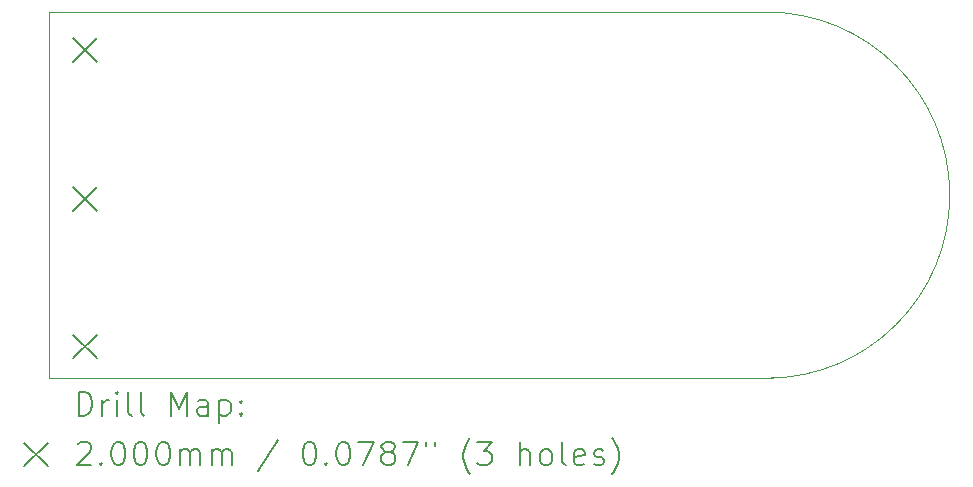
<source format=gbr>
%TF.GenerationSoftware,KiCad,Pcbnew,7.0.5*%
%TF.CreationDate,2024-01-28T13:12:26+09:00*%
%TF.ProjectId,standard_30x80,7374616e-6461-4726-945f-33307838302e,rev?*%
%TF.SameCoordinates,Original*%
%TF.FileFunction,Drillmap*%
%TF.FilePolarity,Positive*%
%FSLAX45Y45*%
G04 Gerber Fmt 4.5, Leading zero omitted, Abs format (unit mm)*
G04 Created by KiCad (PCBNEW 7.0.5) date 2024-01-28 13:12:26*
%MOMM*%
%LPD*%
G01*
G04 APERTURE LIST*
%ADD10C,0.100000*%
%ADD11C,0.050000*%
%ADD12C,0.200000*%
G04 APERTURE END LIST*
D10*
X15270000Y-9040000D02*
X9140000Y-9040000D01*
D11*
X9140000Y-5940000D02*
X9140000Y-9040000D01*
D10*
X15220000Y-5940000D02*
X9140000Y-5940000D01*
X15220000Y-9040000D02*
G75*
G03*
X15220000Y-5940000I0J1550000D01*
G01*
D12*
X9350000Y-6160000D02*
X9550000Y-6360000D01*
X9550000Y-6160000D02*
X9350000Y-6360000D01*
X9350000Y-7420000D02*
X9550000Y-7620000D01*
X9550000Y-7420000D02*
X9350000Y-7620000D01*
X9350000Y-8670000D02*
X9550000Y-8870000D01*
X9550000Y-8670000D02*
X9350000Y-8870000D01*
X9395777Y-9356484D02*
X9395777Y-9156484D01*
X9395777Y-9156484D02*
X9443396Y-9156484D01*
X9443396Y-9156484D02*
X9471967Y-9166008D01*
X9471967Y-9166008D02*
X9491015Y-9185055D01*
X9491015Y-9185055D02*
X9500539Y-9204103D01*
X9500539Y-9204103D02*
X9510063Y-9242198D01*
X9510063Y-9242198D02*
X9510063Y-9270770D01*
X9510063Y-9270770D02*
X9500539Y-9308865D01*
X9500539Y-9308865D02*
X9491015Y-9327912D01*
X9491015Y-9327912D02*
X9471967Y-9346960D01*
X9471967Y-9346960D02*
X9443396Y-9356484D01*
X9443396Y-9356484D02*
X9395777Y-9356484D01*
X9595777Y-9356484D02*
X9595777Y-9223150D01*
X9595777Y-9261246D02*
X9605301Y-9242198D01*
X9605301Y-9242198D02*
X9614824Y-9232674D01*
X9614824Y-9232674D02*
X9633872Y-9223150D01*
X9633872Y-9223150D02*
X9652920Y-9223150D01*
X9719586Y-9356484D02*
X9719586Y-9223150D01*
X9719586Y-9156484D02*
X9710063Y-9166008D01*
X9710063Y-9166008D02*
X9719586Y-9175531D01*
X9719586Y-9175531D02*
X9729110Y-9166008D01*
X9729110Y-9166008D02*
X9719586Y-9156484D01*
X9719586Y-9156484D02*
X9719586Y-9175531D01*
X9843396Y-9356484D02*
X9824348Y-9346960D01*
X9824348Y-9346960D02*
X9814824Y-9327912D01*
X9814824Y-9327912D02*
X9814824Y-9156484D01*
X9948158Y-9356484D02*
X9929110Y-9346960D01*
X9929110Y-9346960D02*
X9919586Y-9327912D01*
X9919586Y-9327912D02*
X9919586Y-9156484D01*
X10176729Y-9356484D02*
X10176729Y-9156484D01*
X10176729Y-9156484D02*
X10243396Y-9299341D01*
X10243396Y-9299341D02*
X10310063Y-9156484D01*
X10310063Y-9156484D02*
X10310063Y-9356484D01*
X10491015Y-9356484D02*
X10491015Y-9251722D01*
X10491015Y-9251722D02*
X10481491Y-9232674D01*
X10481491Y-9232674D02*
X10462444Y-9223150D01*
X10462444Y-9223150D02*
X10424348Y-9223150D01*
X10424348Y-9223150D02*
X10405301Y-9232674D01*
X10491015Y-9346960D02*
X10471967Y-9356484D01*
X10471967Y-9356484D02*
X10424348Y-9356484D01*
X10424348Y-9356484D02*
X10405301Y-9346960D01*
X10405301Y-9346960D02*
X10395777Y-9327912D01*
X10395777Y-9327912D02*
X10395777Y-9308865D01*
X10395777Y-9308865D02*
X10405301Y-9289817D01*
X10405301Y-9289817D02*
X10424348Y-9280293D01*
X10424348Y-9280293D02*
X10471967Y-9280293D01*
X10471967Y-9280293D02*
X10491015Y-9270770D01*
X10586253Y-9223150D02*
X10586253Y-9423150D01*
X10586253Y-9232674D02*
X10605301Y-9223150D01*
X10605301Y-9223150D02*
X10643396Y-9223150D01*
X10643396Y-9223150D02*
X10662444Y-9232674D01*
X10662444Y-9232674D02*
X10671967Y-9242198D01*
X10671967Y-9242198D02*
X10681491Y-9261246D01*
X10681491Y-9261246D02*
X10681491Y-9318389D01*
X10681491Y-9318389D02*
X10671967Y-9337436D01*
X10671967Y-9337436D02*
X10662444Y-9346960D01*
X10662444Y-9346960D02*
X10643396Y-9356484D01*
X10643396Y-9356484D02*
X10605301Y-9356484D01*
X10605301Y-9356484D02*
X10586253Y-9346960D01*
X10767205Y-9337436D02*
X10776729Y-9346960D01*
X10776729Y-9346960D02*
X10767205Y-9356484D01*
X10767205Y-9356484D02*
X10757682Y-9346960D01*
X10757682Y-9346960D02*
X10767205Y-9337436D01*
X10767205Y-9337436D02*
X10767205Y-9356484D01*
X10767205Y-9232674D02*
X10776729Y-9242198D01*
X10776729Y-9242198D02*
X10767205Y-9251722D01*
X10767205Y-9251722D02*
X10757682Y-9242198D01*
X10757682Y-9242198D02*
X10767205Y-9232674D01*
X10767205Y-9232674D02*
X10767205Y-9251722D01*
X8935000Y-9585000D02*
X9135000Y-9785000D01*
X9135000Y-9585000D02*
X8935000Y-9785000D01*
X9386253Y-9595531D02*
X9395777Y-9586008D01*
X9395777Y-9586008D02*
X9414824Y-9576484D01*
X9414824Y-9576484D02*
X9462444Y-9576484D01*
X9462444Y-9576484D02*
X9481491Y-9586008D01*
X9481491Y-9586008D02*
X9491015Y-9595531D01*
X9491015Y-9595531D02*
X9500539Y-9614579D01*
X9500539Y-9614579D02*
X9500539Y-9633627D01*
X9500539Y-9633627D02*
X9491015Y-9662198D01*
X9491015Y-9662198D02*
X9376729Y-9776484D01*
X9376729Y-9776484D02*
X9500539Y-9776484D01*
X9586253Y-9757436D02*
X9595777Y-9766960D01*
X9595777Y-9766960D02*
X9586253Y-9776484D01*
X9586253Y-9776484D02*
X9576729Y-9766960D01*
X9576729Y-9766960D02*
X9586253Y-9757436D01*
X9586253Y-9757436D02*
X9586253Y-9776484D01*
X9719586Y-9576484D02*
X9738634Y-9576484D01*
X9738634Y-9576484D02*
X9757682Y-9586008D01*
X9757682Y-9586008D02*
X9767205Y-9595531D01*
X9767205Y-9595531D02*
X9776729Y-9614579D01*
X9776729Y-9614579D02*
X9786253Y-9652674D01*
X9786253Y-9652674D02*
X9786253Y-9700293D01*
X9786253Y-9700293D02*
X9776729Y-9738389D01*
X9776729Y-9738389D02*
X9767205Y-9757436D01*
X9767205Y-9757436D02*
X9757682Y-9766960D01*
X9757682Y-9766960D02*
X9738634Y-9776484D01*
X9738634Y-9776484D02*
X9719586Y-9776484D01*
X9719586Y-9776484D02*
X9700539Y-9766960D01*
X9700539Y-9766960D02*
X9691015Y-9757436D01*
X9691015Y-9757436D02*
X9681491Y-9738389D01*
X9681491Y-9738389D02*
X9671967Y-9700293D01*
X9671967Y-9700293D02*
X9671967Y-9652674D01*
X9671967Y-9652674D02*
X9681491Y-9614579D01*
X9681491Y-9614579D02*
X9691015Y-9595531D01*
X9691015Y-9595531D02*
X9700539Y-9586008D01*
X9700539Y-9586008D02*
X9719586Y-9576484D01*
X9910063Y-9576484D02*
X9929110Y-9576484D01*
X9929110Y-9576484D02*
X9948158Y-9586008D01*
X9948158Y-9586008D02*
X9957682Y-9595531D01*
X9957682Y-9595531D02*
X9967205Y-9614579D01*
X9967205Y-9614579D02*
X9976729Y-9652674D01*
X9976729Y-9652674D02*
X9976729Y-9700293D01*
X9976729Y-9700293D02*
X9967205Y-9738389D01*
X9967205Y-9738389D02*
X9957682Y-9757436D01*
X9957682Y-9757436D02*
X9948158Y-9766960D01*
X9948158Y-9766960D02*
X9929110Y-9776484D01*
X9929110Y-9776484D02*
X9910063Y-9776484D01*
X9910063Y-9776484D02*
X9891015Y-9766960D01*
X9891015Y-9766960D02*
X9881491Y-9757436D01*
X9881491Y-9757436D02*
X9871967Y-9738389D01*
X9871967Y-9738389D02*
X9862444Y-9700293D01*
X9862444Y-9700293D02*
X9862444Y-9652674D01*
X9862444Y-9652674D02*
X9871967Y-9614579D01*
X9871967Y-9614579D02*
X9881491Y-9595531D01*
X9881491Y-9595531D02*
X9891015Y-9586008D01*
X9891015Y-9586008D02*
X9910063Y-9576484D01*
X10100539Y-9576484D02*
X10119586Y-9576484D01*
X10119586Y-9576484D02*
X10138634Y-9586008D01*
X10138634Y-9586008D02*
X10148158Y-9595531D01*
X10148158Y-9595531D02*
X10157682Y-9614579D01*
X10157682Y-9614579D02*
X10167205Y-9652674D01*
X10167205Y-9652674D02*
X10167205Y-9700293D01*
X10167205Y-9700293D02*
X10157682Y-9738389D01*
X10157682Y-9738389D02*
X10148158Y-9757436D01*
X10148158Y-9757436D02*
X10138634Y-9766960D01*
X10138634Y-9766960D02*
X10119586Y-9776484D01*
X10119586Y-9776484D02*
X10100539Y-9776484D01*
X10100539Y-9776484D02*
X10081491Y-9766960D01*
X10081491Y-9766960D02*
X10071967Y-9757436D01*
X10071967Y-9757436D02*
X10062444Y-9738389D01*
X10062444Y-9738389D02*
X10052920Y-9700293D01*
X10052920Y-9700293D02*
X10052920Y-9652674D01*
X10052920Y-9652674D02*
X10062444Y-9614579D01*
X10062444Y-9614579D02*
X10071967Y-9595531D01*
X10071967Y-9595531D02*
X10081491Y-9586008D01*
X10081491Y-9586008D02*
X10100539Y-9576484D01*
X10252920Y-9776484D02*
X10252920Y-9643150D01*
X10252920Y-9662198D02*
X10262444Y-9652674D01*
X10262444Y-9652674D02*
X10281491Y-9643150D01*
X10281491Y-9643150D02*
X10310063Y-9643150D01*
X10310063Y-9643150D02*
X10329110Y-9652674D01*
X10329110Y-9652674D02*
X10338634Y-9671722D01*
X10338634Y-9671722D02*
X10338634Y-9776484D01*
X10338634Y-9671722D02*
X10348158Y-9652674D01*
X10348158Y-9652674D02*
X10367205Y-9643150D01*
X10367205Y-9643150D02*
X10395777Y-9643150D01*
X10395777Y-9643150D02*
X10414825Y-9652674D01*
X10414825Y-9652674D02*
X10424348Y-9671722D01*
X10424348Y-9671722D02*
X10424348Y-9776484D01*
X10519586Y-9776484D02*
X10519586Y-9643150D01*
X10519586Y-9662198D02*
X10529110Y-9652674D01*
X10529110Y-9652674D02*
X10548158Y-9643150D01*
X10548158Y-9643150D02*
X10576729Y-9643150D01*
X10576729Y-9643150D02*
X10595777Y-9652674D01*
X10595777Y-9652674D02*
X10605301Y-9671722D01*
X10605301Y-9671722D02*
X10605301Y-9776484D01*
X10605301Y-9671722D02*
X10614825Y-9652674D01*
X10614825Y-9652674D02*
X10633872Y-9643150D01*
X10633872Y-9643150D02*
X10662444Y-9643150D01*
X10662444Y-9643150D02*
X10681491Y-9652674D01*
X10681491Y-9652674D02*
X10691015Y-9671722D01*
X10691015Y-9671722D02*
X10691015Y-9776484D01*
X11081491Y-9566960D02*
X10910063Y-9824103D01*
X11338634Y-9576484D02*
X11357682Y-9576484D01*
X11357682Y-9576484D02*
X11376729Y-9586008D01*
X11376729Y-9586008D02*
X11386253Y-9595531D01*
X11386253Y-9595531D02*
X11395777Y-9614579D01*
X11395777Y-9614579D02*
X11405301Y-9652674D01*
X11405301Y-9652674D02*
X11405301Y-9700293D01*
X11405301Y-9700293D02*
X11395777Y-9738389D01*
X11395777Y-9738389D02*
X11386253Y-9757436D01*
X11386253Y-9757436D02*
X11376729Y-9766960D01*
X11376729Y-9766960D02*
X11357682Y-9776484D01*
X11357682Y-9776484D02*
X11338634Y-9776484D01*
X11338634Y-9776484D02*
X11319586Y-9766960D01*
X11319586Y-9766960D02*
X11310063Y-9757436D01*
X11310063Y-9757436D02*
X11300539Y-9738389D01*
X11300539Y-9738389D02*
X11291015Y-9700293D01*
X11291015Y-9700293D02*
X11291015Y-9652674D01*
X11291015Y-9652674D02*
X11300539Y-9614579D01*
X11300539Y-9614579D02*
X11310063Y-9595531D01*
X11310063Y-9595531D02*
X11319586Y-9586008D01*
X11319586Y-9586008D02*
X11338634Y-9576484D01*
X11491015Y-9757436D02*
X11500539Y-9766960D01*
X11500539Y-9766960D02*
X11491015Y-9776484D01*
X11491015Y-9776484D02*
X11481491Y-9766960D01*
X11481491Y-9766960D02*
X11491015Y-9757436D01*
X11491015Y-9757436D02*
X11491015Y-9776484D01*
X11624348Y-9576484D02*
X11643396Y-9576484D01*
X11643396Y-9576484D02*
X11662444Y-9586008D01*
X11662444Y-9586008D02*
X11671967Y-9595531D01*
X11671967Y-9595531D02*
X11681491Y-9614579D01*
X11681491Y-9614579D02*
X11691015Y-9652674D01*
X11691015Y-9652674D02*
X11691015Y-9700293D01*
X11691015Y-9700293D02*
X11681491Y-9738389D01*
X11681491Y-9738389D02*
X11671967Y-9757436D01*
X11671967Y-9757436D02*
X11662444Y-9766960D01*
X11662444Y-9766960D02*
X11643396Y-9776484D01*
X11643396Y-9776484D02*
X11624348Y-9776484D01*
X11624348Y-9776484D02*
X11605301Y-9766960D01*
X11605301Y-9766960D02*
X11595777Y-9757436D01*
X11595777Y-9757436D02*
X11586253Y-9738389D01*
X11586253Y-9738389D02*
X11576729Y-9700293D01*
X11576729Y-9700293D02*
X11576729Y-9652674D01*
X11576729Y-9652674D02*
X11586253Y-9614579D01*
X11586253Y-9614579D02*
X11595777Y-9595531D01*
X11595777Y-9595531D02*
X11605301Y-9586008D01*
X11605301Y-9586008D02*
X11624348Y-9576484D01*
X11757682Y-9576484D02*
X11891015Y-9576484D01*
X11891015Y-9576484D02*
X11805301Y-9776484D01*
X11995777Y-9662198D02*
X11976729Y-9652674D01*
X11976729Y-9652674D02*
X11967206Y-9643150D01*
X11967206Y-9643150D02*
X11957682Y-9624103D01*
X11957682Y-9624103D02*
X11957682Y-9614579D01*
X11957682Y-9614579D02*
X11967206Y-9595531D01*
X11967206Y-9595531D02*
X11976729Y-9586008D01*
X11976729Y-9586008D02*
X11995777Y-9576484D01*
X11995777Y-9576484D02*
X12033872Y-9576484D01*
X12033872Y-9576484D02*
X12052920Y-9586008D01*
X12052920Y-9586008D02*
X12062444Y-9595531D01*
X12062444Y-9595531D02*
X12071967Y-9614579D01*
X12071967Y-9614579D02*
X12071967Y-9624103D01*
X12071967Y-9624103D02*
X12062444Y-9643150D01*
X12062444Y-9643150D02*
X12052920Y-9652674D01*
X12052920Y-9652674D02*
X12033872Y-9662198D01*
X12033872Y-9662198D02*
X11995777Y-9662198D01*
X11995777Y-9662198D02*
X11976729Y-9671722D01*
X11976729Y-9671722D02*
X11967206Y-9681246D01*
X11967206Y-9681246D02*
X11957682Y-9700293D01*
X11957682Y-9700293D02*
X11957682Y-9738389D01*
X11957682Y-9738389D02*
X11967206Y-9757436D01*
X11967206Y-9757436D02*
X11976729Y-9766960D01*
X11976729Y-9766960D02*
X11995777Y-9776484D01*
X11995777Y-9776484D02*
X12033872Y-9776484D01*
X12033872Y-9776484D02*
X12052920Y-9766960D01*
X12052920Y-9766960D02*
X12062444Y-9757436D01*
X12062444Y-9757436D02*
X12071967Y-9738389D01*
X12071967Y-9738389D02*
X12071967Y-9700293D01*
X12071967Y-9700293D02*
X12062444Y-9681246D01*
X12062444Y-9681246D02*
X12052920Y-9671722D01*
X12052920Y-9671722D02*
X12033872Y-9662198D01*
X12138634Y-9576484D02*
X12271967Y-9576484D01*
X12271967Y-9576484D02*
X12186253Y-9776484D01*
X12338634Y-9576484D02*
X12338634Y-9614579D01*
X12414825Y-9576484D02*
X12414825Y-9614579D01*
X12710063Y-9852674D02*
X12700539Y-9843150D01*
X12700539Y-9843150D02*
X12681491Y-9814579D01*
X12681491Y-9814579D02*
X12671968Y-9795531D01*
X12671968Y-9795531D02*
X12662444Y-9766960D01*
X12662444Y-9766960D02*
X12652920Y-9719341D01*
X12652920Y-9719341D02*
X12652920Y-9681246D01*
X12652920Y-9681246D02*
X12662444Y-9633627D01*
X12662444Y-9633627D02*
X12671968Y-9605055D01*
X12671968Y-9605055D02*
X12681491Y-9586008D01*
X12681491Y-9586008D02*
X12700539Y-9557436D01*
X12700539Y-9557436D02*
X12710063Y-9547912D01*
X12767206Y-9576484D02*
X12891015Y-9576484D01*
X12891015Y-9576484D02*
X12824348Y-9652674D01*
X12824348Y-9652674D02*
X12852920Y-9652674D01*
X12852920Y-9652674D02*
X12871968Y-9662198D01*
X12871968Y-9662198D02*
X12881491Y-9671722D01*
X12881491Y-9671722D02*
X12891015Y-9690770D01*
X12891015Y-9690770D02*
X12891015Y-9738389D01*
X12891015Y-9738389D02*
X12881491Y-9757436D01*
X12881491Y-9757436D02*
X12871968Y-9766960D01*
X12871968Y-9766960D02*
X12852920Y-9776484D01*
X12852920Y-9776484D02*
X12795777Y-9776484D01*
X12795777Y-9776484D02*
X12776729Y-9766960D01*
X12776729Y-9766960D02*
X12767206Y-9757436D01*
X13129110Y-9776484D02*
X13129110Y-9576484D01*
X13214825Y-9776484D02*
X13214825Y-9671722D01*
X13214825Y-9671722D02*
X13205301Y-9652674D01*
X13205301Y-9652674D02*
X13186253Y-9643150D01*
X13186253Y-9643150D02*
X13157682Y-9643150D01*
X13157682Y-9643150D02*
X13138634Y-9652674D01*
X13138634Y-9652674D02*
X13129110Y-9662198D01*
X13338634Y-9776484D02*
X13319587Y-9766960D01*
X13319587Y-9766960D02*
X13310063Y-9757436D01*
X13310063Y-9757436D02*
X13300539Y-9738389D01*
X13300539Y-9738389D02*
X13300539Y-9681246D01*
X13300539Y-9681246D02*
X13310063Y-9662198D01*
X13310063Y-9662198D02*
X13319587Y-9652674D01*
X13319587Y-9652674D02*
X13338634Y-9643150D01*
X13338634Y-9643150D02*
X13367206Y-9643150D01*
X13367206Y-9643150D02*
X13386253Y-9652674D01*
X13386253Y-9652674D02*
X13395777Y-9662198D01*
X13395777Y-9662198D02*
X13405301Y-9681246D01*
X13405301Y-9681246D02*
X13405301Y-9738389D01*
X13405301Y-9738389D02*
X13395777Y-9757436D01*
X13395777Y-9757436D02*
X13386253Y-9766960D01*
X13386253Y-9766960D02*
X13367206Y-9776484D01*
X13367206Y-9776484D02*
X13338634Y-9776484D01*
X13519587Y-9776484D02*
X13500539Y-9766960D01*
X13500539Y-9766960D02*
X13491015Y-9747912D01*
X13491015Y-9747912D02*
X13491015Y-9576484D01*
X13671968Y-9766960D02*
X13652920Y-9776484D01*
X13652920Y-9776484D02*
X13614825Y-9776484D01*
X13614825Y-9776484D02*
X13595777Y-9766960D01*
X13595777Y-9766960D02*
X13586253Y-9747912D01*
X13586253Y-9747912D02*
X13586253Y-9671722D01*
X13586253Y-9671722D02*
X13595777Y-9652674D01*
X13595777Y-9652674D02*
X13614825Y-9643150D01*
X13614825Y-9643150D02*
X13652920Y-9643150D01*
X13652920Y-9643150D02*
X13671968Y-9652674D01*
X13671968Y-9652674D02*
X13681491Y-9671722D01*
X13681491Y-9671722D02*
X13681491Y-9690770D01*
X13681491Y-9690770D02*
X13586253Y-9709817D01*
X13757682Y-9766960D02*
X13776730Y-9776484D01*
X13776730Y-9776484D02*
X13814825Y-9776484D01*
X13814825Y-9776484D02*
X13833872Y-9766960D01*
X13833872Y-9766960D02*
X13843396Y-9747912D01*
X13843396Y-9747912D02*
X13843396Y-9738389D01*
X13843396Y-9738389D02*
X13833872Y-9719341D01*
X13833872Y-9719341D02*
X13814825Y-9709817D01*
X13814825Y-9709817D02*
X13786253Y-9709817D01*
X13786253Y-9709817D02*
X13767206Y-9700293D01*
X13767206Y-9700293D02*
X13757682Y-9681246D01*
X13757682Y-9681246D02*
X13757682Y-9671722D01*
X13757682Y-9671722D02*
X13767206Y-9652674D01*
X13767206Y-9652674D02*
X13786253Y-9643150D01*
X13786253Y-9643150D02*
X13814825Y-9643150D01*
X13814825Y-9643150D02*
X13833872Y-9652674D01*
X13910063Y-9852674D02*
X13919587Y-9843150D01*
X13919587Y-9843150D02*
X13938634Y-9814579D01*
X13938634Y-9814579D02*
X13948158Y-9795531D01*
X13948158Y-9795531D02*
X13957682Y-9766960D01*
X13957682Y-9766960D02*
X13967206Y-9719341D01*
X13967206Y-9719341D02*
X13967206Y-9681246D01*
X13967206Y-9681246D02*
X13957682Y-9633627D01*
X13957682Y-9633627D02*
X13948158Y-9605055D01*
X13948158Y-9605055D02*
X13938634Y-9586008D01*
X13938634Y-9586008D02*
X13919587Y-9557436D01*
X13919587Y-9557436D02*
X13910063Y-9547912D01*
M02*

</source>
